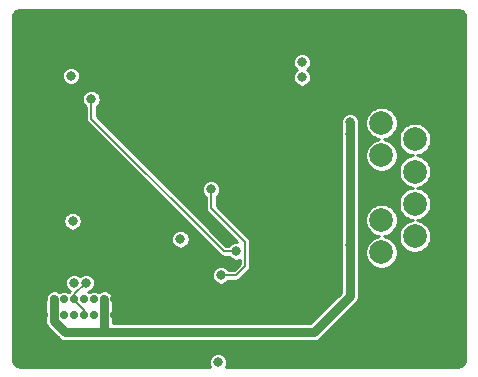
<source format=gbl>
%TF.GenerationSoftware,KiCad,Pcbnew,(5.1.9)-1*%
%TF.CreationDate,2021-02-06T23:27:04-06:00*%
%TF.ProjectId,USB2CAN,55534232-4341-44e2-9e6b-696361645f70,rev?*%
%TF.SameCoordinates,Original*%
%TF.FileFunction,Copper,L4,Bot*%
%TF.FilePolarity,Positive*%
%FSLAX46Y46*%
G04 Gerber Fmt 4.6, Leading zero omitted, Abs format (unit mm)*
G04 Created by KiCad (PCBNEW (5.1.9)-1) date 2021-02-06 23:27:04*
%MOMM*%
%LPD*%
G01*
G04 APERTURE LIST*
%TA.AperFunction,ComponentPad*%
%ADD10C,3.500000*%
%TD*%
%TA.AperFunction,ComponentPad*%
%ADD11C,2.000000*%
%TD*%
%TA.AperFunction,ComponentPad*%
%ADD12O,0.900000X1.700000*%
%TD*%
%TA.AperFunction,ComponentPad*%
%ADD13O,0.900000X2.400000*%
%TD*%
%TA.AperFunction,ComponentPad*%
%ADD14C,0.700000*%
%TD*%
%TA.AperFunction,ViaPad*%
%ADD15C,0.800000*%
%TD*%
%TA.AperFunction,Conductor*%
%ADD16C,0.762000*%
%TD*%
%TA.AperFunction,Conductor*%
%ADD17C,0.152400*%
%TD*%
%TA.AperFunction,Conductor*%
%ADD18C,0.254000*%
%TD*%
%TA.AperFunction,Conductor*%
%ADD19C,0.100000*%
%TD*%
G04 APERTURE END LIST*
D10*
X161544000Y-90324200D03*
X161544000Y-115314200D03*
D11*
X160124000Y-108299200D03*
X162964000Y-106929200D03*
X160124000Y-105559200D03*
X162964000Y-104189200D03*
X160124000Y-102819200D03*
X162964000Y-101449200D03*
X160124000Y-100079200D03*
X162964000Y-98709200D03*
X160124000Y-97339200D03*
D12*
X138872000Y-116628000D03*
X130222000Y-116628000D03*
D13*
X138872000Y-113248000D03*
X130222000Y-113248000D03*
D14*
X134972000Y-113618000D03*
X137522000Y-113618000D03*
X136672000Y-113618000D03*
X135822000Y-113618000D03*
X131572000Y-113618000D03*
X133272000Y-113618000D03*
X134122000Y-113618000D03*
X132422000Y-113618000D03*
X137522000Y-112268000D03*
X136672000Y-112268000D03*
X135822000Y-112268000D03*
X134972000Y-112268000D03*
X134122000Y-112268000D03*
X133272000Y-112268000D03*
X132422000Y-112268000D03*
X131572000Y-112268000D03*
D15*
X141986000Y-95250000D03*
X145034000Y-95250000D03*
X145034000Y-88138000D03*
X136652000Y-88138000D03*
X139700000Y-95250000D03*
X140843000Y-88138000D03*
X145034000Y-91567000D03*
X136652000Y-91567000D03*
X131445000Y-97028000D03*
X132080000Y-105664000D03*
X136685653Y-95216347D03*
X142936000Y-108392000D03*
X151130000Y-93472000D03*
X151130000Y-92202000D03*
X139479653Y-98899347D03*
X133858000Y-93345000D03*
X133985000Y-105664000D03*
X143106810Y-107188000D03*
X157480000Y-98298000D03*
X157480000Y-97282000D03*
X157480000Y-107696000D03*
X153416000Y-92202000D03*
X153416000Y-93472000D03*
X146304000Y-117602000D03*
X147828000Y-108204000D03*
X135572500Y-95313500D03*
X146558000Y-110236000D03*
X145711570Y-102957784D03*
X135112013Y-110871000D03*
X134112000Y-110871000D03*
D16*
X132422000Y-112268000D02*
X132422000Y-113618000D01*
X136672000Y-112268000D02*
X136672000Y-113618000D01*
X132422000Y-114112974D02*
X133371026Y-115062000D01*
X132422000Y-113618000D02*
X132422000Y-114112974D01*
X133371026Y-115062000D02*
X136652000Y-115062000D01*
X154432000Y-115062000D02*
X157480000Y-112014000D01*
X136652000Y-115062000D02*
X154432000Y-115062000D01*
X157480000Y-112014000D02*
X157480000Y-108966000D01*
X157480000Y-108966000D02*
X157480000Y-98298000D01*
X136672000Y-115042000D02*
X136652000Y-115062000D01*
X136672000Y-113618000D02*
X136672000Y-115042000D01*
X157480000Y-98298000D02*
X157480000Y-97282000D01*
D17*
X147828000Y-108204000D02*
X146812000Y-108204000D01*
X135572500Y-96964500D02*
X135572500Y-95313500D01*
X146812000Y-108204000D02*
X135572500Y-96964500D01*
X147828000Y-110236000D02*
X146558000Y-110236000D01*
X148590000Y-109474000D02*
X147828000Y-110236000D01*
X148590000Y-107442000D02*
X148590000Y-109474000D01*
X145711570Y-104563570D02*
X148590000Y-107442000D01*
X145711570Y-102957784D02*
X145711570Y-104563570D01*
X134122000Y-112344778D02*
X134122000Y-112268000D01*
X134972000Y-113618000D02*
X134972000Y-113194778D01*
X134972000Y-113194778D02*
X134122000Y-112344778D01*
X134122000Y-111861013D02*
X135112013Y-110871000D01*
X134122000Y-112268000D02*
X134122000Y-111861013D01*
D18*
X166742106Y-87795527D02*
X166855713Y-87829827D01*
X166960491Y-87885539D01*
X167052455Y-87960543D01*
X167128099Y-88051982D01*
X167184542Y-88156371D01*
X167219633Y-88269732D01*
X167234001Y-88406434D01*
X167234000Y-117328146D01*
X167220473Y-117466105D01*
X167186174Y-117579709D01*
X167130461Y-117684492D01*
X167055459Y-117776453D01*
X166964020Y-117852098D01*
X166859628Y-117908543D01*
X166746269Y-117943633D01*
X166609576Y-117958000D01*
X147001888Y-117958000D01*
X147054987Y-117829809D01*
X147085000Y-117678922D01*
X147085000Y-117525078D01*
X147054987Y-117374191D01*
X146996113Y-117232058D01*
X146910642Y-117104141D01*
X146801859Y-116995358D01*
X146673942Y-116909887D01*
X146531809Y-116851013D01*
X146380922Y-116821000D01*
X146227078Y-116821000D01*
X146076191Y-116851013D01*
X145934058Y-116909887D01*
X145806141Y-116995358D01*
X145697358Y-117104141D01*
X145611887Y-117232058D01*
X145553013Y-117374191D01*
X145523000Y-117525078D01*
X145523000Y-117678922D01*
X145553013Y-117829809D01*
X145606112Y-117958000D01*
X129559854Y-117958000D01*
X129421895Y-117944473D01*
X129308291Y-117910174D01*
X129203508Y-117854461D01*
X129111547Y-117779459D01*
X129035902Y-117688020D01*
X128979457Y-117583628D01*
X128944367Y-117470269D01*
X128930000Y-117333576D01*
X128930000Y-114112974D01*
X131656314Y-114112974D01*
X131660000Y-114150397D01*
X131660000Y-114150400D01*
X131671026Y-114262352D01*
X131714598Y-114405989D01*
X131785355Y-114538366D01*
X131880579Y-114654396D01*
X131909649Y-114678253D01*
X132805747Y-115574351D01*
X132829604Y-115603422D01*
X132945634Y-115698645D01*
X133078011Y-115769402D01*
X133221648Y-115812974D01*
X133333600Y-115824000D01*
X133333602Y-115824000D01*
X133371025Y-115827686D01*
X133408448Y-115824000D01*
X136614577Y-115824000D01*
X136652000Y-115827686D01*
X136689423Y-115824000D01*
X154394577Y-115824000D01*
X154432000Y-115827686D01*
X154469423Y-115824000D01*
X154469426Y-115824000D01*
X154581378Y-115812974D01*
X154725015Y-115769402D01*
X154857392Y-115698645D01*
X154973422Y-115603422D01*
X154997284Y-115574346D01*
X157992353Y-112579278D01*
X158021422Y-112555422D01*
X158082314Y-112481225D01*
X158116645Y-112439393D01*
X158169773Y-112339997D01*
X158187402Y-112307015D01*
X158230974Y-112163378D01*
X158242000Y-112051426D01*
X158242000Y-112051423D01*
X158245686Y-112014000D01*
X158242000Y-111976577D01*
X158242000Y-107868442D01*
X158261000Y-107772922D01*
X158261000Y-107619078D01*
X158242000Y-107523558D01*
X158242000Y-105423183D01*
X158743000Y-105423183D01*
X158743000Y-105695217D01*
X158796071Y-105962023D01*
X158900174Y-106213349D01*
X159051307Y-106439536D01*
X159243664Y-106631893D01*
X159469851Y-106783026D01*
X159721177Y-106887129D01*
X159932682Y-106929200D01*
X159721177Y-106971271D01*
X159469851Y-107075374D01*
X159243664Y-107226507D01*
X159051307Y-107418864D01*
X158900174Y-107645051D01*
X158796071Y-107896377D01*
X158743000Y-108163183D01*
X158743000Y-108435217D01*
X158796071Y-108702023D01*
X158900174Y-108953349D01*
X159051307Y-109179536D01*
X159243664Y-109371893D01*
X159469851Y-109523026D01*
X159721177Y-109627129D01*
X159987983Y-109680200D01*
X160260017Y-109680200D01*
X160526823Y-109627129D01*
X160778149Y-109523026D01*
X161004336Y-109371893D01*
X161196693Y-109179536D01*
X161347826Y-108953349D01*
X161451929Y-108702023D01*
X161505000Y-108435217D01*
X161505000Y-108163183D01*
X161451929Y-107896377D01*
X161347826Y-107645051D01*
X161196693Y-107418864D01*
X161004336Y-107226507D01*
X160778149Y-107075374D01*
X160526823Y-106971271D01*
X160315318Y-106929200D01*
X160526823Y-106887129D01*
X160778149Y-106783026D01*
X161004336Y-106631893D01*
X161196693Y-106439536D01*
X161347826Y-106213349D01*
X161451929Y-105962023D01*
X161505000Y-105695217D01*
X161505000Y-105423183D01*
X161451929Y-105156377D01*
X161347826Y-104905051D01*
X161196693Y-104678864D01*
X161004336Y-104486507D01*
X160778149Y-104335374D01*
X160526823Y-104231271D01*
X160260017Y-104178200D01*
X159987983Y-104178200D01*
X159721177Y-104231271D01*
X159469851Y-104335374D01*
X159243664Y-104486507D01*
X159051307Y-104678864D01*
X158900174Y-104905051D01*
X158796071Y-105156377D01*
X158743000Y-105423183D01*
X158242000Y-105423183D01*
X158242000Y-98470442D01*
X158261000Y-98374922D01*
X158261000Y-98221078D01*
X158242000Y-98125558D01*
X158242000Y-97454442D01*
X158261000Y-97358922D01*
X158261000Y-97205078D01*
X158260624Y-97203183D01*
X158743000Y-97203183D01*
X158743000Y-97475217D01*
X158796071Y-97742023D01*
X158900174Y-97993349D01*
X159051307Y-98219536D01*
X159243664Y-98411893D01*
X159469851Y-98563026D01*
X159721177Y-98667129D01*
X159932682Y-98709200D01*
X159721177Y-98751271D01*
X159469851Y-98855374D01*
X159243664Y-99006507D01*
X159051307Y-99198864D01*
X158900174Y-99425051D01*
X158796071Y-99676377D01*
X158743000Y-99943183D01*
X158743000Y-100215217D01*
X158796071Y-100482023D01*
X158900174Y-100733349D01*
X159051307Y-100959536D01*
X159243664Y-101151893D01*
X159469851Y-101303026D01*
X159721177Y-101407129D01*
X159987983Y-101460200D01*
X160260017Y-101460200D01*
X160526823Y-101407129D01*
X160778149Y-101303026D01*
X161004336Y-101151893D01*
X161196693Y-100959536D01*
X161347826Y-100733349D01*
X161451929Y-100482023D01*
X161505000Y-100215217D01*
X161505000Y-99943183D01*
X161451929Y-99676377D01*
X161347826Y-99425051D01*
X161196693Y-99198864D01*
X161004336Y-99006507D01*
X160778149Y-98855374D01*
X160526823Y-98751271D01*
X160315318Y-98709200D01*
X160526823Y-98667129D01*
X160753627Y-98573183D01*
X161583000Y-98573183D01*
X161583000Y-98845217D01*
X161636071Y-99112023D01*
X161740174Y-99363349D01*
X161891307Y-99589536D01*
X162083664Y-99781893D01*
X162309851Y-99933026D01*
X162561177Y-100037129D01*
X162772682Y-100079200D01*
X162561177Y-100121271D01*
X162309851Y-100225374D01*
X162083664Y-100376507D01*
X161891307Y-100568864D01*
X161740174Y-100795051D01*
X161636071Y-101046377D01*
X161583000Y-101313183D01*
X161583000Y-101585217D01*
X161636071Y-101852023D01*
X161740174Y-102103349D01*
X161891307Y-102329536D01*
X162083664Y-102521893D01*
X162309851Y-102673026D01*
X162561177Y-102777129D01*
X162772682Y-102819200D01*
X162561177Y-102861271D01*
X162309851Y-102965374D01*
X162083664Y-103116507D01*
X161891307Y-103308864D01*
X161740174Y-103535051D01*
X161636071Y-103786377D01*
X161583000Y-104053183D01*
X161583000Y-104325217D01*
X161636071Y-104592023D01*
X161740174Y-104843349D01*
X161891307Y-105069536D01*
X162083664Y-105261893D01*
X162309851Y-105413026D01*
X162561177Y-105517129D01*
X162772682Y-105559200D01*
X162561177Y-105601271D01*
X162309851Y-105705374D01*
X162083664Y-105856507D01*
X161891307Y-106048864D01*
X161740174Y-106275051D01*
X161636071Y-106526377D01*
X161583000Y-106793183D01*
X161583000Y-107065217D01*
X161636071Y-107332023D01*
X161740174Y-107583349D01*
X161891307Y-107809536D01*
X162083664Y-108001893D01*
X162309851Y-108153026D01*
X162561177Y-108257129D01*
X162827983Y-108310200D01*
X163100017Y-108310200D01*
X163366823Y-108257129D01*
X163618149Y-108153026D01*
X163844336Y-108001893D01*
X164036693Y-107809536D01*
X164187826Y-107583349D01*
X164291929Y-107332023D01*
X164345000Y-107065217D01*
X164345000Y-106793183D01*
X164291929Y-106526377D01*
X164187826Y-106275051D01*
X164036693Y-106048864D01*
X163844336Y-105856507D01*
X163618149Y-105705374D01*
X163366823Y-105601271D01*
X163155318Y-105559200D01*
X163366823Y-105517129D01*
X163618149Y-105413026D01*
X163844336Y-105261893D01*
X164036693Y-105069536D01*
X164187826Y-104843349D01*
X164291929Y-104592023D01*
X164345000Y-104325217D01*
X164345000Y-104053183D01*
X164291929Y-103786377D01*
X164187826Y-103535051D01*
X164036693Y-103308864D01*
X163844336Y-103116507D01*
X163618149Y-102965374D01*
X163366823Y-102861271D01*
X163155318Y-102819200D01*
X163366823Y-102777129D01*
X163618149Y-102673026D01*
X163844336Y-102521893D01*
X164036693Y-102329536D01*
X164187826Y-102103349D01*
X164291929Y-101852023D01*
X164345000Y-101585217D01*
X164345000Y-101313183D01*
X164291929Y-101046377D01*
X164187826Y-100795051D01*
X164036693Y-100568864D01*
X163844336Y-100376507D01*
X163618149Y-100225374D01*
X163366823Y-100121271D01*
X163155318Y-100079200D01*
X163366823Y-100037129D01*
X163618149Y-99933026D01*
X163844336Y-99781893D01*
X164036693Y-99589536D01*
X164187826Y-99363349D01*
X164291929Y-99112023D01*
X164345000Y-98845217D01*
X164345000Y-98573183D01*
X164291929Y-98306377D01*
X164187826Y-98055051D01*
X164036693Y-97828864D01*
X163844336Y-97636507D01*
X163618149Y-97485374D01*
X163366823Y-97381271D01*
X163100017Y-97328200D01*
X162827983Y-97328200D01*
X162561177Y-97381271D01*
X162309851Y-97485374D01*
X162083664Y-97636507D01*
X161891307Y-97828864D01*
X161740174Y-98055051D01*
X161636071Y-98306377D01*
X161583000Y-98573183D01*
X160753627Y-98573183D01*
X160778149Y-98563026D01*
X161004336Y-98411893D01*
X161196693Y-98219536D01*
X161347826Y-97993349D01*
X161451929Y-97742023D01*
X161505000Y-97475217D01*
X161505000Y-97203183D01*
X161451929Y-96936377D01*
X161347826Y-96685051D01*
X161196693Y-96458864D01*
X161004336Y-96266507D01*
X160778149Y-96115374D01*
X160526823Y-96011271D01*
X160260017Y-95958200D01*
X159987983Y-95958200D01*
X159721177Y-96011271D01*
X159469851Y-96115374D01*
X159243664Y-96266507D01*
X159051307Y-96458864D01*
X158900174Y-96685051D01*
X158796071Y-96936377D01*
X158743000Y-97203183D01*
X158260624Y-97203183D01*
X158230987Y-97054191D01*
X158172113Y-96912058D01*
X158086642Y-96784141D01*
X157977859Y-96675358D01*
X157849942Y-96589887D01*
X157707809Y-96531013D01*
X157556922Y-96501000D01*
X157403078Y-96501000D01*
X157252191Y-96531013D01*
X157110058Y-96589887D01*
X156982141Y-96675358D01*
X156873358Y-96784141D01*
X156787887Y-96912058D01*
X156729013Y-97054191D01*
X156699000Y-97205078D01*
X156699000Y-97358922D01*
X156718001Y-97454446D01*
X156718000Y-98125557D01*
X156699000Y-98221078D01*
X156699000Y-98374922D01*
X156718001Y-98470447D01*
X156718000Y-107523557D01*
X156699000Y-107619078D01*
X156699000Y-107772922D01*
X156718000Y-107868443D01*
X156718000Y-109003425D01*
X156718001Y-109003435D01*
X156718000Y-111698369D01*
X154116370Y-114300000D01*
X137434000Y-114300000D01*
X137434000Y-112230574D01*
X137422974Y-112118622D01*
X137379402Y-111974985D01*
X137308645Y-111842608D01*
X137213422Y-111726578D01*
X137097391Y-111631355D01*
X136965014Y-111560598D01*
X136821377Y-111517026D01*
X136672000Y-111502314D01*
X136522622Y-111517026D01*
X136378985Y-111560598D01*
X136246608Y-111631355D01*
X136218941Y-111654061D01*
X136168258Y-111620196D01*
X136035225Y-111565092D01*
X135893997Y-111537000D01*
X135750003Y-111537000D01*
X135608775Y-111565092D01*
X135475742Y-111620196D01*
X135397000Y-111672810D01*
X135325270Y-111624881D01*
X135339822Y-111621987D01*
X135481955Y-111563113D01*
X135609872Y-111477642D01*
X135718655Y-111368859D01*
X135804126Y-111240942D01*
X135863000Y-111098809D01*
X135893013Y-110947922D01*
X135893013Y-110794078D01*
X135863000Y-110643191D01*
X135804126Y-110501058D01*
X135718655Y-110373141D01*
X135609872Y-110264358D01*
X135481955Y-110178887D01*
X135339822Y-110120013D01*
X135188935Y-110090000D01*
X135035091Y-110090000D01*
X134884204Y-110120013D01*
X134742071Y-110178887D01*
X134614154Y-110264358D01*
X134612007Y-110266506D01*
X134609859Y-110264358D01*
X134481942Y-110178887D01*
X134339809Y-110120013D01*
X134188922Y-110090000D01*
X134035078Y-110090000D01*
X133884191Y-110120013D01*
X133742058Y-110178887D01*
X133614141Y-110264358D01*
X133505358Y-110373141D01*
X133419887Y-110501058D01*
X133361013Y-110643191D01*
X133331000Y-110794078D01*
X133331000Y-110947922D01*
X133361013Y-111098809D01*
X133419887Y-111240942D01*
X133505358Y-111368859D01*
X133614141Y-111477642D01*
X133742058Y-111563113D01*
X133766663Y-111573305D01*
X133740013Y-111605778D01*
X133708176Y-111665342D01*
X133697000Y-111672810D01*
X133618258Y-111620196D01*
X133485225Y-111565092D01*
X133343997Y-111537000D01*
X133200003Y-111537000D01*
X133058775Y-111565092D01*
X132925742Y-111620196D01*
X132875059Y-111654061D01*
X132847391Y-111631355D01*
X132715014Y-111560598D01*
X132571377Y-111517026D01*
X132422000Y-111502314D01*
X132272622Y-111517026D01*
X132128985Y-111560598D01*
X131996608Y-111631355D01*
X131880578Y-111726578D01*
X131785355Y-111842609D01*
X131714598Y-111974986D01*
X131671026Y-112118623D01*
X131660000Y-112230575D01*
X131660001Y-113580565D01*
X131660000Y-113580575D01*
X131660000Y-114075551D01*
X131656314Y-114112974D01*
X128930000Y-114112974D01*
X128930000Y-107111078D01*
X142325810Y-107111078D01*
X142325810Y-107264922D01*
X142355823Y-107415809D01*
X142414697Y-107557942D01*
X142500168Y-107685859D01*
X142608951Y-107794642D01*
X142736868Y-107880113D01*
X142879001Y-107938987D01*
X143029888Y-107969000D01*
X143183732Y-107969000D01*
X143334619Y-107938987D01*
X143476752Y-107880113D01*
X143604669Y-107794642D01*
X143713452Y-107685859D01*
X143798923Y-107557942D01*
X143857797Y-107415809D01*
X143887810Y-107264922D01*
X143887810Y-107111078D01*
X143857797Y-106960191D01*
X143798923Y-106818058D01*
X143713452Y-106690141D01*
X143604669Y-106581358D01*
X143476752Y-106495887D01*
X143334619Y-106437013D01*
X143183732Y-106407000D01*
X143029888Y-106407000D01*
X142879001Y-106437013D01*
X142736868Y-106495887D01*
X142608951Y-106581358D01*
X142500168Y-106690141D01*
X142414697Y-106818058D01*
X142355823Y-106960191D01*
X142325810Y-107111078D01*
X128930000Y-107111078D01*
X128930000Y-105587078D01*
X133204000Y-105587078D01*
X133204000Y-105740922D01*
X133234013Y-105891809D01*
X133292887Y-106033942D01*
X133378358Y-106161859D01*
X133487141Y-106270642D01*
X133615058Y-106356113D01*
X133757191Y-106414987D01*
X133908078Y-106445000D01*
X134061922Y-106445000D01*
X134212809Y-106414987D01*
X134354942Y-106356113D01*
X134482859Y-106270642D01*
X134591642Y-106161859D01*
X134677113Y-106033942D01*
X134735987Y-105891809D01*
X134766000Y-105740922D01*
X134766000Y-105587078D01*
X134735987Y-105436191D01*
X134677113Y-105294058D01*
X134591642Y-105166141D01*
X134482859Y-105057358D01*
X134354942Y-104971887D01*
X134212809Y-104913013D01*
X134061922Y-104883000D01*
X133908078Y-104883000D01*
X133757191Y-104913013D01*
X133615058Y-104971887D01*
X133487141Y-105057358D01*
X133378358Y-105166141D01*
X133292887Y-105294058D01*
X133234013Y-105436191D01*
X133204000Y-105587078D01*
X128930000Y-105587078D01*
X128930000Y-95236578D01*
X134791500Y-95236578D01*
X134791500Y-95390422D01*
X134821513Y-95541309D01*
X134880387Y-95683442D01*
X134965858Y-95811359D01*
X135074641Y-95920142D01*
X135115301Y-95947310D01*
X135115300Y-96942050D01*
X135113089Y-96964500D01*
X135115300Y-96986950D01*
X135115300Y-96986959D01*
X135121915Y-97054126D01*
X135148059Y-97140308D01*
X135190513Y-97219735D01*
X135247647Y-97289353D01*
X135265097Y-97303674D01*
X146472830Y-108511408D01*
X146487147Y-108528853D01*
X146504592Y-108543170D01*
X146556763Y-108585987D01*
X146599217Y-108608678D01*
X146636191Y-108628441D01*
X146722373Y-108654585D01*
X146789540Y-108661200D01*
X146789549Y-108661200D01*
X146811999Y-108663411D01*
X146834449Y-108661200D01*
X147194191Y-108661200D01*
X147221358Y-108701859D01*
X147330141Y-108810642D01*
X147458058Y-108896113D01*
X147600191Y-108954987D01*
X147751078Y-108985000D01*
X147904922Y-108985000D01*
X148055809Y-108954987D01*
X148132801Y-108923096D01*
X148132801Y-109284620D01*
X147638623Y-109778800D01*
X147191809Y-109778800D01*
X147164642Y-109738141D01*
X147055859Y-109629358D01*
X146927942Y-109543887D01*
X146785809Y-109485013D01*
X146634922Y-109455000D01*
X146481078Y-109455000D01*
X146330191Y-109485013D01*
X146188058Y-109543887D01*
X146060141Y-109629358D01*
X145951358Y-109738141D01*
X145865887Y-109866058D01*
X145807013Y-110008191D01*
X145777000Y-110159078D01*
X145777000Y-110312922D01*
X145807013Y-110463809D01*
X145865887Y-110605942D01*
X145951358Y-110733859D01*
X146060141Y-110842642D01*
X146188058Y-110928113D01*
X146330191Y-110986987D01*
X146481078Y-111017000D01*
X146634922Y-111017000D01*
X146785809Y-110986987D01*
X146927942Y-110928113D01*
X147055859Y-110842642D01*
X147164642Y-110733859D01*
X147191809Y-110693200D01*
X147805550Y-110693200D01*
X147828000Y-110695411D01*
X147850450Y-110693200D01*
X147850460Y-110693200D01*
X147917627Y-110686585D01*
X148003809Y-110660441D01*
X148083236Y-110617987D01*
X148152853Y-110560853D01*
X148167174Y-110543403D01*
X148897413Y-109813165D01*
X148914853Y-109798853D01*
X148929165Y-109781414D01*
X148929171Y-109781408D01*
X148971987Y-109729236D01*
X149014441Y-109649810D01*
X149021321Y-109627129D01*
X149040585Y-109563627D01*
X149047200Y-109496460D01*
X149047200Y-109496450D01*
X149049411Y-109474000D01*
X149047200Y-109451550D01*
X149047200Y-107464450D01*
X149049411Y-107442000D01*
X149047200Y-107419550D01*
X149047200Y-107419540D01*
X149040585Y-107352373D01*
X149020526Y-107286249D01*
X149014441Y-107266190D01*
X148971987Y-107186764D01*
X148929171Y-107134592D01*
X148929165Y-107134586D01*
X148914853Y-107117147D01*
X148897415Y-107102836D01*
X146168770Y-104374193D01*
X146168770Y-103591593D01*
X146209429Y-103564426D01*
X146318212Y-103455643D01*
X146403683Y-103327726D01*
X146462557Y-103185593D01*
X146492570Y-103034706D01*
X146492570Y-102880862D01*
X146462557Y-102729975D01*
X146403683Y-102587842D01*
X146318212Y-102459925D01*
X146209429Y-102351142D01*
X146081512Y-102265671D01*
X145939379Y-102206797D01*
X145788492Y-102176784D01*
X145634648Y-102176784D01*
X145483761Y-102206797D01*
X145341628Y-102265671D01*
X145213711Y-102351142D01*
X145104928Y-102459925D01*
X145019457Y-102587842D01*
X144960583Y-102729975D01*
X144930570Y-102880862D01*
X144930570Y-103034706D01*
X144960583Y-103185593D01*
X145019457Y-103327726D01*
X145104928Y-103455643D01*
X145213711Y-103564426D01*
X145254370Y-103591594D01*
X145254371Y-104541110D01*
X145252159Y-104563570D01*
X145254371Y-104586030D01*
X145260986Y-104653197D01*
X145287130Y-104739379D01*
X145329584Y-104818806D01*
X145386718Y-104888423D01*
X145404163Y-104902740D01*
X147929263Y-107427842D01*
X147904922Y-107423000D01*
X147751078Y-107423000D01*
X147600191Y-107453013D01*
X147458058Y-107511887D01*
X147330141Y-107597358D01*
X147221358Y-107706141D01*
X147194191Y-107746800D01*
X147001378Y-107746800D01*
X136029700Y-96775123D01*
X136029700Y-95947309D01*
X136070359Y-95920142D01*
X136179142Y-95811359D01*
X136264613Y-95683442D01*
X136323487Y-95541309D01*
X136353500Y-95390422D01*
X136353500Y-95236578D01*
X136323487Y-95085691D01*
X136264613Y-94943558D01*
X136179142Y-94815641D01*
X136070359Y-94706858D01*
X135942442Y-94621387D01*
X135800309Y-94562513D01*
X135649422Y-94532500D01*
X135495578Y-94532500D01*
X135344691Y-94562513D01*
X135202558Y-94621387D01*
X135074641Y-94706858D01*
X134965858Y-94815641D01*
X134880387Y-94943558D01*
X134821513Y-95085691D01*
X134791500Y-95236578D01*
X128930000Y-95236578D01*
X128930000Y-93268078D01*
X133077000Y-93268078D01*
X133077000Y-93421922D01*
X133107013Y-93572809D01*
X133165887Y-93714942D01*
X133251358Y-93842859D01*
X133360141Y-93951642D01*
X133488058Y-94037113D01*
X133630191Y-94095987D01*
X133781078Y-94126000D01*
X133934922Y-94126000D01*
X134085809Y-94095987D01*
X134227942Y-94037113D01*
X134355859Y-93951642D01*
X134464642Y-93842859D01*
X134550113Y-93714942D01*
X134608987Y-93572809D01*
X134639000Y-93421922D01*
X134639000Y-93268078D01*
X134608987Y-93117191D01*
X134550113Y-92975058D01*
X134464642Y-92847141D01*
X134355859Y-92738358D01*
X134227942Y-92652887D01*
X134085809Y-92594013D01*
X133934922Y-92564000D01*
X133781078Y-92564000D01*
X133630191Y-92594013D01*
X133488058Y-92652887D01*
X133360141Y-92738358D01*
X133251358Y-92847141D01*
X133165887Y-92975058D01*
X133107013Y-93117191D01*
X133077000Y-93268078D01*
X128930000Y-93268078D01*
X128930000Y-92125078D01*
X152635000Y-92125078D01*
X152635000Y-92278922D01*
X152665013Y-92429809D01*
X152723887Y-92571942D01*
X152809358Y-92699859D01*
X152918141Y-92808642D01*
X152960582Y-92837000D01*
X152918141Y-92865358D01*
X152809358Y-92974141D01*
X152723887Y-93102058D01*
X152665013Y-93244191D01*
X152635000Y-93395078D01*
X152635000Y-93548922D01*
X152665013Y-93699809D01*
X152723887Y-93841942D01*
X152809358Y-93969859D01*
X152918141Y-94078642D01*
X153046058Y-94164113D01*
X153188191Y-94222987D01*
X153339078Y-94253000D01*
X153492922Y-94253000D01*
X153643809Y-94222987D01*
X153785942Y-94164113D01*
X153913859Y-94078642D01*
X154022642Y-93969859D01*
X154108113Y-93841942D01*
X154166987Y-93699809D01*
X154197000Y-93548922D01*
X154197000Y-93395078D01*
X154166987Y-93244191D01*
X154108113Y-93102058D01*
X154022642Y-92974141D01*
X153913859Y-92865358D01*
X153871418Y-92837000D01*
X153913859Y-92808642D01*
X154022642Y-92699859D01*
X154108113Y-92571942D01*
X154166987Y-92429809D01*
X154197000Y-92278922D01*
X154197000Y-92125078D01*
X154166987Y-91974191D01*
X154108113Y-91832058D01*
X154022642Y-91704141D01*
X153913859Y-91595358D01*
X153785942Y-91509887D01*
X153643809Y-91451013D01*
X153492922Y-91421000D01*
X153339078Y-91421000D01*
X153188191Y-91451013D01*
X153046058Y-91509887D01*
X152918141Y-91595358D01*
X152809358Y-91704141D01*
X152723887Y-91832058D01*
X152665013Y-91974191D01*
X152635000Y-92125078D01*
X128930000Y-92125078D01*
X128930000Y-88411855D01*
X128943527Y-88273894D01*
X128977827Y-88160287D01*
X129033539Y-88055509D01*
X129108543Y-87963545D01*
X129199982Y-87887901D01*
X129304371Y-87831458D01*
X129417732Y-87796367D01*
X129554424Y-87782000D01*
X166604145Y-87782000D01*
X166742106Y-87795527D01*
%TA.AperFunction,Conductor*%
D19*
G36*
X166742106Y-87795527D02*
G01*
X166855713Y-87829827D01*
X166960491Y-87885539D01*
X167052455Y-87960543D01*
X167128099Y-88051982D01*
X167184542Y-88156371D01*
X167219633Y-88269732D01*
X167234001Y-88406434D01*
X167234000Y-117328146D01*
X167220473Y-117466105D01*
X167186174Y-117579709D01*
X167130461Y-117684492D01*
X167055459Y-117776453D01*
X166964020Y-117852098D01*
X166859628Y-117908543D01*
X166746269Y-117943633D01*
X166609576Y-117958000D01*
X147001888Y-117958000D01*
X147054987Y-117829809D01*
X147085000Y-117678922D01*
X147085000Y-117525078D01*
X147054987Y-117374191D01*
X146996113Y-117232058D01*
X146910642Y-117104141D01*
X146801859Y-116995358D01*
X146673942Y-116909887D01*
X146531809Y-116851013D01*
X146380922Y-116821000D01*
X146227078Y-116821000D01*
X146076191Y-116851013D01*
X145934058Y-116909887D01*
X145806141Y-116995358D01*
X145697358Y-117104141D01*
X145611887Y-117232058D01*
X145553013Y-117374191D01*
X145523000Y-117525078D01*
X145523000Y-117678922D01*
X145553013Y-117829809D01*
X145606112Y-117958000D01*
X129559854Y-117958000D01*
X129421895Y-117944473D01*
X129308291Y-117910174D01*
X129203508Y-117854461D01*
X129111547Y-117779459D01*
X129035902Y-117688020D01*
X128979457Y-117583628D01*
X128944367Y-117470269D01*
X128930000Y-117333576D01*
X128930000Y-114112974D01*
X131656314Y-114112974D01*
X131660000Y-114150397D01*
X131660000Y-114150400D01*
X131671026Y-114262352D01*
X131714598Y-114405989D01*
X131785355Y-114538366D01*
X131880579Y-114654396D01*
X131909649Y-114678253D01*
X132805747Y-115574351D01*
X132829604Y-115603422D01*
X132945634Y-115698645D01*
X133078011Y-115769402D01*
X133221648Y-115812974D01*
X133333600Y-115824000D01*
X133333602Y-115824000D01*
X133371025Y-115827686D01*
X133408448Y-115824000D01*
X136614577Y-115824000D01*
X136652000Y-115827686D01*
X136689423Y-115824000D01*
X154394577Y-115824000D01*
X154432000Y-115827686D01*
X154469423Y-115824000D01*
X154469426Y-115824000D01*
X154581378Y-115812974D01*
X154725015Y-115769402D01*
X154857392Y-115698645D01*
X154973422Y-115603422D01*
X154997284Y-115574346D01*
X157992353Y-112579278D01*
X158021422Y-112555422D01*
X158082314Y-112481225D01*
X158116645Y-112439393D01*
X158169773Y-112339997D01*
X158187402Y-112307015D01*
X158230974Y-112163378D01*
X158242000Y-112051426D01*
X158242000Y-112051423D01*
X158245686Y-112014000D01*
X158242000Y-111976577D01*
X158242000Y-107868442D01*
X158261000Y-107772922D01*
X158261000Y-107619078D01*
X158242000Y-107523558D01*
X158242000Y-105423183D01*
X158743000Y-105423183D01*
X158743000Y-105695217D01*
X158796071Y-105962023D01*
X158900174Y-106213349D01*
X159051307Y-106439536D01*
X159243664Y-106631893D01*
X159469851Y-106783026D01*
X159721177Y-106887129D01*
X159932682Y-106929200D01*
X159721177Y-106971271D01*
X159469851Y-107075374D01*
X159243664Y-107226507D01*
X159051307Y-107418864D01*
X158900174Y-107645051D01*
X158796071Y-107896377D01*
X158743000Y-108163183D01*
X158743000Y-108435217D01*
X158796071Y-108702023D01*
X158900174Y-108953349D01*
X159051307Y-109179536D01*
X159243664Y-109371893D01*
X159469851Y-109523026D01*
X159721177Y-109627129D01*
X159987983Y-109680200D01*
X160260017Y-109680200D01*
X160526823Y-109627129D01*
X160778149Y-109523026D01*
X161004336Y-109371893D01*
X161196693Y-109179536D01*
X161347826Y-108953349D01*
X161451929Y-108702023D01*
X161505000Y-108435217D01*
X161505000Y-108163183D01*
X161451929Y-107896377D01*
X161347826Y-107645051D01*
X161196693Y-107418864D01*
X161004336Y-107226507D01*
X160778149Y-107075374D01*
X160526823Y-106971271D01*
X160315318Y-106929200D01*
X160526823Y-106887129D01*
X160778149Y-106783026D01*
X161004336Y-106631893D01*
X161196693Y-106439536D01*
X161347826Y-106213349D01*
X161451929Y-105962023D01*
X161505000Y-105695217D01*
X161505000Y-105423183D01*
X161451929Y-105156377D01*
X161347826Y-104905051D01*
X161196693Y-104678864D01*
X161004336Y-104486507D01*
X160778149Y-104335374D01*
X160526823Y-104231271D01*
X160260017Y-104178200D01*
X159987983Y-104178200D01*
X159721177Y-104231271D01*
X159469851Y-104335374D01*
X159243664Y-104486507D01*
X159051307Y-104678864D01*
X158900174Y-104905051D01*
X158796071Y-105156377D01*
X158743000Y-105423183D01*
X158242000Y-105423183D01*
X158242000Y-98470442D01*
X158261000Y-98374922D01*
X158261000Y-98221078D01*
X158242000Y-98125558D01*
X158242000Y-97454442D01*
X158261000Y-97358922D01*
X158261000Y-97205078D01*
X158260624Y-97203183D01*
X158743000Y-97203183D01*
X158743000Y-97475217D01*
X158796071Y-97742023D01*
X158900174Y-97993349D01*
X159051307Y-98219536D01*
X159243664Y-98411893D01*
X159469851Y-98563026D01*
X159721177Y-98667129D01*
X159932682Y-98709200D01*
X159721177Y-98751271D01*
X159469851Y-98855374D01*
X159243664Y-99006507D01*
X159051307Y-99198864D01*
X158900174Y-99425051D01*
X158796071Y-99676377D01*
X158743000Y-99943183D01*
X158743000Y-100215217D01*
X158796071Y-100482023D01*
X158900174Y-100733349D01*
X159051307Y-100959536D01*
X159243664Y-101151893D01*
X159469851Y-101303026D01*
X159721177Y-101407129D01*
X159987983Y-101460200D01*
X160260017Y-101460200D01*
X160526823Y-101407129D01*
X160778149Y-101303026D01*
X161004336Y-101151893D01*
X161196693Y-100959536D01*
X161347826Y-100733349D01*
X161451929Y-100482023D01*
X161505000Y-100215217D01*
X161505000Y-99943183D01*
X161451929Y-99676377D01*
X161347826Y-99425051D01*
X161196693Y-99198864D01*
X161004336Y-99006507D01*
X160778149Y-98855374D01*
X160526823Y-98751271D01*
X160315318Y-98709200D01*
X160526823Y-98667129D01*
X160753627Y-98573183D01*
X161583000Y-98573183D01*
X161583000Y-98845217D01*
X161636071Y-99112023D01*
X161740174Y-99363349D01*
X161891307Y-99589536D01*
X162083664Y-99781893D01*
X162309851Y-99933026D01*
X162561177Y-100037129D01*
X162772682Y-100079200D01*
X162561177Y-100121271D01*
X162309851Y-100225374D01*
X162083664Y-100376507D01*
X161891307Y-100568864D01*
X161740174Y-100795051D01*
X161636071Y-101046377D01*
X161583000Y-101313183D01*
X161583000Y-101585217D01*
X161636071Y-101852023D01*
X161740174Y-102103349D01*
X161891307Y-102329536D01*
X162083664Y-102521893D01*
X162309851Y-102673026D01*
X162561177Y-102777129D01*
X162772682Y-102819200D01*
X162561177Y-102861271D01*
X162309851Y-102965374D01*
X162083664Y-103116507D01*
X161891307Y-103308864D01*
X161740174Y-103535051D01*
X161636071Y-103786377D01*
X161583000Y-104053183D01*
X161583000Y-104325217D01*
X161636071Y-104592023D01*
X161740174Y-104843349D01*
X161891307Y-105069536D01*
X162083664Y-105261893D01*
X162309851Y-105413026D01*
X162561177Y-105517129D01*
X162772682Y-105559200D01*
X162561177Y-105601271D01*
X162309851Y-105705374D01*
X162083664Y-105856507D01*
X161891307Y-106048864D01*
X161740174Y-106275051D01*
X161636071Y-106526377D01*
X161583000Y-106793183D01*
X161583000Y-107065217D01*
X161636071Y-107332023D01*
X161740174Y-107583349D01*
X161891307Y-107809536D01*
X162083664Y-108001893D01*
X162309851Y-108153026D01*
X162561177Y-108257129D01*
X162827983Y-108310200D01*
X163100017Y-108310200D01*
X163366823Y-108257129D01*
X163618149Y-108153026D01*
X163844336Y-108001893D01*
X164036693Y-107809536D01*
X164187826Y-107583349D01*
X164291929Y-107332023D01*
X164345000Y-107065217D01*
X164345000Y-106793183D01*
X164291929Y-106526377D01*
X164187826Y-106275051D01*
X164036693Y-106048864D01*
X163844336Y-105856507D01*
X163618149Y-105705374D01*
X163366823Y-105601271D01*
X163155318Y-105559200D01*
X163366823Y-105517129D01*
X163618149Y-105413026D01*
X163844336Y-105261893D01*
X164036693Y-105069536D01*
X164187826Y-104843349D01*
X164291929Y-104592023D01*
X164345000Y-104325217D01*
X164345000Y-104053183D01*
X164291929Y-103786377D01*
X164187826Y-103535051D01*
X164036693Y-103308864D01*
X163844336Y-103116507D01*
X163618149Y-102965374D01*
X163366823Y-102861271D01*
X163155318Y-102819200D01*
X163366823Y-102777129D01*
X163618149Y-102673026D01*
X163844336Y-102521893D01*
X164036693Y-102329536D01*
X164187826Y-102103349D01*
X164291929Y-101852023D01*
X164345000Y-101585217D01*
X164345000Y-101313183D01*
X164291929Y-101046377D01*
X164187826Y-100795051D01*
X164036693Y-100568864D01*
X163844336Y-100376507D01*
X163618149Y-100225374D01*
X163366823Y-100121271D01*
X163155318Y-100079200D01*
X163366823Y-100037129D01*
X163618149Y-99933026D01*
X163844336Y-99781893D01*
X164036693Y-99589536D01*
X164187826Y-99363349D01*
X164291929Y-99112023D01*
X164345000Y-98845217D01*
X164345000Y-98573183D01*
X164291929Y-98306377D01*
X164187826Y-98055051D01*
X164036693Y-97828864D01*
X163844336Y-97636507D01*
X163618149Y-97485374D01*
X163366823Y-97381271D01*
X163100017Y-97328200D01*
X162827983Y-97328200D01*
X162561177Y-97381271D01*
X162309851Y-97485374D01*
X162083664Y-97636507D01*
X161891307Y-97828864D01*
X161740174Y-98055051D01*
X161636071Y-98306377D01*
X161583000Y-98573183D01*
X160753627Y-98573183D01*
X160778149Y-98563026D01*
X161004336Y-98411893D01*
X161196693Y-98219536D01*
X161347826Y-97993349D01*
X161451929Y-97742023D01*
X161505000Y-97475217D01*
X161505000Y-97203183D01*
X161451929Y-96936377D01*
X161347826Y-96685051D01*
X161196693Y-96458864D01*
X161004336Y-96266507D01*
X160778149Y-96115374D01*
X160526823Y-96011271D01*
X160260017Y-95958200D01*
X159987983Y-95958200D01*
X159721177Y-96011271D01*
X159469851Y-96115374D01*
X159243664Y-96266507D01*
X159051307Y-96458864D01*
X158900174Y-96685051D01*
X158796071Y-96936377D01*
X158743000Y-97203183D01*
X158260624Y-97203183D01*
X158230987Y-97054191D01*
X158172113Y-96912058D01*
X158086642Y-96784141D01*
X157977859Y-96675358D01*
X157849942Y-96589887D01*
X157707809Y-96531013D01*
X157556922Y-96501000D01*
X157403078Y-96501000D01*
X157252191Y-96531013D01*
X157110058Y-96589887D01*
X156982141Y-96675358D01*
X156873358Y-96784141D01*
X156787887Y-96912058D01*
X156729013Y-97054191D01*
X156699000Y-97205078D01*
X156699000Y-97358922D01*
X156718001Y-97454446D01*
X156718000Y-98125557D01*
X156699000Y-98221078D01*
X156699000Y-98374922D01*
X156718001Y-98470447D01*
X156718000Y-107523557D01*
X156699000Y-107619078D01*
X156699000Y-107772922D01*
X156718000Y-107868443D01*
X156718000Y-109003425D01*
X156718001Y-109003435D01*
X156718000Y-111698369D01*
X154116370Y-114300000D01*
X137434000Y-114300000D01*
X137434000Y-112230574D01*
X137422974Y-112118622D01*
X137379402Y-111974985D01*
X137308645Y-111842608D01*
X137213422Y-111726578D01*
X137097391Y-111631355D01*
X136965014Y-111560598D01*
X136821377Y-111517026D01*
X136672000Y-111502314D01*
X136522622Y-111517026D01*
X136378985Y-111560598D01*
X136246608Y-111631355D01*
X136218941Y-111654061D01*
X136168258Y-111620196D01*
X136035225Y-111565092D01*
X135893997Y-111537000D01*
X135750003Y-111537000D01*
X135608775Y-111565092D01*
X135475742Y-111620196D01*
X135397000Y-111672810D01*
X135325270Y-111624881D01*
X135339822Y-111621987D01*
X135481955Y-111563113D01*
X135609872Y-111477642D01*
X135718655Y-111368859D01*
X135804126Y-111240942D01*
X135863000Y-111098809D01*
X135893013Y-110947922D01*
X135893013Y-110794078D01*
X135863000Y-110643191D01*
X135804126Y-110501058D01*
X135718655Y-110373141D01*
X135609872Y-110264358D01*
X135481955Y-110178887D01*
X135339822Y-110120013D01*
X135188935Y-110090000D01*
X135035091Y-110090000D01*
X134884204Y-110120013D01*
X134742071Y-110178887D01*
X134614154Y-110264358D01*
X134612007Y-110266506D01*
X134609859Y-110264358D01*
X134481942Y-110178887D01*
X134339809Y-110120013D01*
X134188922Y-110090000D01*
X134035078Y-110090000D01*
X133884191Y-110120013D01*
X133742058Y-110178887D01*
X133614141Y-110264358D01*
X133505358Y-110373141D01*
X133419887Y-110501058D01*
X133361013Y-110643191D01*
X133331000Y-110794078D01*
X133331000Y-110947922D01*
X133361013Y-111098809D01*
X133419887Y-111240942D01*
X133505358Y-111368859D01*
X133614141Y-111477642D01*
X133742058Y-111563113D01*
X133766663Y-111573305D01*
X133740013Y-111605778D01*
X133708176Y-111665342D01*
X133697000Y-111672810D01*
X133618258Y-111620196D01*
X133485225Y-111565092D01*
X133343997Y-111537000D01*
X133200003Y-111537000D01*
X133058775Y-111565092D01*
X132925742Y-111620196D01*
X132875059Y-111654061D01*
X132847391Y-111631355D01*
X132715014Y-111560598D01*
X132571377Y-111517026D01*
X132422000Y-111502314D01*
X132272622Y-111517026D01*
X132128985Y-111560598D01*
X131996608Y-111631355D01*
X131880578Y-111726578D01*
X131785355Y-111842609D01*
X131714598Y-111974986D01*
X131671026Y-112118623D01*
X131660000Y-112230575D01*
X131660001Y-113580565D01*
X131660000Y-113580575D01*
X131660000Y-114075551D01*
X131656314Y-114112974D01*
X128930000Y-114112974D01*
X128930000Y-107111078D01*
X142325810Y-107111078D01*
X142325810Y-107264922D01*
X142355823Y-107415809D01*
X142414697Y-107557942D01*
X142500168Y-107685859D01*
X142608951Y-107794642D01*
X142736868Y-107880113D01*
X142879001Y-107938987D01*
X143029888Y-107969000D01*
X143183732Y-107969000D01*
X143334619Y-107938987D01*
X143476752Y-107880113D01*
X143604669Y-107794642D01*
X143713452Y-107685859D01*
X143798923Y-107557942D01*
X143857797Y-107415809D01*
X143887810Y-107264922D01*
X143887810Y-107111078D01*
X143857797Y-106960191D01*
X143798923Y-106818058D01*
X143713452Y-106690141D01*
X143604669Y-106581358D01*
X143476752Y-106495887D01*
X143334619Y-106437013D01*
X143183732Y-106407000D01*
X143029888Y-106407000D01*
X142879001Y-106437013D01*
X142736868Y-106495887D01*
X142608951Y-106581358D01*
X142500168Y-106690141D01*
X142414697Y-106818058D01*
X142355823Y-106960191D01*
X142325810Y-107111078D01*
X128930000Y-107111078D01*
X128930000Y-105587078D01*
X133204000Y-105587078D01*
X133204000Y-105740922D01*
X133234013Y-105891809D01*
X133292887Y-106033942D01*
X133378358Y-106161859D01*
X133487141Y-106270642D01*
X133615058Y-106356113D01*
X133757191Y-106414987D01*
X133908078Y-106445000D01*
X134061922Y-106445000D01*
X134212809Y-106414987D01*
X134354942Y-106356113D01*
X134482859Y-106270642D01*
X134591642Y-106161859D01*
X134677113Y-106033942D01*
X134735987Y-105891809D01*
X134766000Y-105740922D01*
X134766000Y-105587078D01*
X134735987Y-105436191D01*
X134677113Y-105294058D01*
X134591642Y-105166141D01*
X134482859Y-105057358D01*
X134354942Y-104971887D01*
X134212809Y-104913013D01*
X134061922Y-104883000D01*
X133908078Y-104883000D01*
X133757191Y-104913013D01*
X133615058Y-104971887D01*
X133487141Y-105057358D01*
X133378358Y-105166141D01*
X133292887Y-105294058D01*
X133234013Y-105436191D01*
X133204000Y-105587078D01*
X128930000Y-105587078D01*
X128930000Y-95236578D01*
X134791500Y-95236578D01*
X134791500Y-95390422D01*
X134821513Y-95541309D01*
X134880387Y-95683442D01*
X134965858Y-95811359D01*
X135074641Y-95920142D01*
X135115301Y-95947310D01*
X135115300Y-96942050D01*
X135113089Y-96964500D01*
X135115300Y-96986950D01*
X135115300Y-96986959D01*
X135121915Y-97054126D01*
X135148059Y-97140308D01*
X135190513Y-97219735D01*
X135247647Y-97289353D01*
X135265097Y-97303674D01*
X146472830Y-108511408D01*
X146487147Y-108528853D01*
X146504592Y-108543170D01*
X146556763Y-108585987D01*
X146599217Y-108608678D01*
X146636191Y-108628441D01*
X146722373Y-108654585D01*
X146789540Y-108661200D01*
X146789549Y-108661200D01*
X146811999Y-108663411D01*
X146834449Y-108661200D01*
X147194191Y-108661200D01*
X147221358Y-108701859D01*
X147330141Y-108810642D01*
X147458058Y-108896113D01*
X147600191Y-108954987D01*
X147751078Y-108985000D01*
X147904922Y-108985000D01*
X148055809Y-108954987D01*
X148132801Y-108923096D01*
X148132801Y-109284620D01*
X147638623Y-109778800D01*
X147191809Y-109778800D01*
X147164642Y-109738141D01*
X147055859Y-109629358D01*
X146927942Y-109543887D01*
X146785809Y-109485013D01*
X146634922Y-109455000D01*
X146481078Y-109455000D01*
X146330191Y-109485013D01*
X146188058Y-109543887D01*
X146060141Y-109629358D01*
X145951358Y-109738141D01*
X145865887Y-109866058D01*
X145807013Y-110008191D01*
X145777000Y-110159078D01*
X145777000Y-110312922D01*
X145807013Y-110463809D01*
X145865887Y-110605942D01*
X145951358Y-110733859D01*
X146060141Y-110842642D01*
X146188058Y-110928113D01*
X146330191Y-110986987D01*
X146481078Y-111017000D01*
X146634922Y-111017000D01*
X146785809Y-110986987D01*
X146927942Y-110928113D01*
X147055859Y-110842642D01*
X147164642Y-110733859D01*
X147191809Y-110693200D01*
X147805550Y-110693200D01*
X147828000Y-110695411D01*
X147850450Y-110693200D01*
X147850460Y-110693200D01*
X147917627Y-110686585D01*
X148003809Y-110660441D01*
X148083236Y-110617987D01*
X148152853Y-110560853D01*
X148167174Y-110543403D01*
X148897413Y-109813165D01*
X148914853Y-109798853D01*
X148929165Y-109781414D01*
X148929171Y-109781408D01*
X148971987Y-109729236D01*
X149014441Y-109649810D01*
X149021321Y-109627129D01*
X149040585Y-109563627D01*
X149047200Y-109496460D01*
X149047200Y-109496450D01*
X149049411Y-109474000D01*
X149047200Y-109451550D01*
X149047200Y-107464450D01*
X149049411Y-107442000D01*
X149047200Y-107419550D01*
X149047200Y-107419540D01*
X149040585Y-107352373D01*
X149020526Y-107286249D01*
X149014441Y-107266190D01*
X148971987Y-107186764D01*
X148929171Y-107134592D01*
X148929165Y-107134586D01*
X148914853Y-107117147D01*
X148897415Y-107102836D01*
X146168770Y-104374193D01*
X146168770Y-103591593D01*
X146209429Y-103564426D01*
X146318212Y-103455643D01*
X146403683Y-103327726D01*
X146462557Y-103185593D01*
X146492570Y-103034706D01*
X146492570Y-102880862D01*
X146462557Y-102729975D01*
X146403683Y-102587842D01*
X146318212Y-102459925D01*
X146209429Y-102351142D01*
X146081512Y-102265671D01*
X145939379Y-102206797D01*
X145788492Y-102176784D01*
X145634648Y-102176784D01*
X145483761Y-102206797D01*
X145341628Y-102265671D01*
X145213711Y-102351142D01*
X145104928Y-102459925D01*
X145019457Y-102587842D01*
X144960583Y-102729975D01*
X144930570Y-102880862D01*
X144930570Y-103034706D01*
X144960583Y-103185593D01*
X145019457Y-103327726D01*
X145104928Y-103455643D01*
X145213711Y-103564426D01*
X145254370Y-103591594D01*
X145254371Y-104541110D01*
X145252159Y-104563570D01*
X145254371Y-104586030D01*
X145260986Y-104653197D01*
X145287130Y-104739379D01*
X145329584Y-104818806D01*
X145386718Y-104888423D01*
X145404163Y-104902740D01*
X147929263Y-107427842D01*
X147904922Y-107423000D01*
X147751078Y-107423000D01*
X147600191Y-107453013D01*
X147458058Y-107511887D01*
X147330141Y-107597358D01*
X147221358Y-107706141D01*
X147194191Y-107746800D01*
X147001378Y-107746800D01*
X136029700Y-96775123D01*
X136029700Y-95947309D01*
X136070359Y-95920142D01*
X136179142Y-95811359D01*
X136264613Y-95683442D01*
X136323487Y-95541309D01*
X136353500Y-95390422D01*
X136353500Y-95236578D01*
X136323487Y-95085691D01*
X136264613Y-94943558D01*
X136179142Y-94815641D01*
X136070359Y-94706858D01*
X135942442Y-94621387D01*
X135800309Y-94562513D01*
X135649422Y-94532500D01*
X135495578Y-94532500D01*
X135344691Y-94562513D01*
X135202558Y-94621387D01*
X135074641Y-94706858D01*
X134965858Y-94815641D01*
X134880387Y-94943558D01*
X134821513Y-95085691D01*
X134791500Y-95236578D01*
X128930000Y-95236578D01*
X128930000Y-93268078D01*
X133077000Y-93268078D01*
X133077000Y-93421922D01*
X133107013Y-93572809D01*
X133165887Y-93714942D01*
X133251358Y-93842859D01*
X133360141Y-93951642D01*
X133488058Y-94037113D01*
X133630191Y-94095987D01*
X133781078Y-94126000D01*
X133934922Y-94126000D01*
X134085809Y-94095987D01*
X134227942Y-94037113D01*
X134355859Y-93951642D01*
X134464642Y-93842859D01*
X134550113Y-93714942D01*
X134608987Y-93572809D01*
X134639000Y-93421922D01*
X134639000Y-93268078D01*
X134608987Y-93117191D01*
X134550113Y-92975058D01*
X134464642Y-92847141D01*
X134355859Y-92738358D01*
X134227942Y-92652887D01*
X134085809Y-92594013D01*
X133934922Y-92564000D01*
X133781078Y-92564000D01*
X133630191Y-92594013D01*
X133488058Y-92652887D01*
X133360141Y-92738358D01*
X133251358Y-92847141D01*
X133165887Y-92975058D01*
X133107013Y-93117191D01*
X133077000Y-93268078D01*
X128930000Y-93268078D01*
X128930000Y-92125078D01*
X152635000Y-92125078D01*
X152635000Y-92278922D01*
X152665013Y-92429809D01*
X152723887Y-92571942D01*
X152809358Y-92699859D01*
X152918141Y-92808642D01*
X152960582Y-92837000D01*
X152918141Y-92865358D01*
X152809358Y-92974141D01*
X152723887Y-93102058D01*
X152665013Y-93244191D01*
X152635000Y-93395078D01*
X152635000Y-93548922D01*
X152665013Y-93699809D01*
X152723887Y-93841942D01*
X152809358Y-93969859D01*
X152918141Y-94078642D01*
X153046058Y-94164113D01*
X153188191Y-94222987D01*
X153339078Y-94253000D01*
X153492922Y-94253000D01*
X153643809Y-94222987D01*
X153785942Y-94164113D01*
X153913859Y-94078642D01*
X154022642Y-93969859D01*
X154108113Y-93841942D01*
X154166987Y-93699809D01*
X154197000Y-93548922D01*
X154197000Y-93395078D01*
X154166987Y-93244191D01*
X154108113Y-93102058D01*
X154022642Y-92974141D01*
X153913859Y-92865358D01*
X153871418Y-92837000D01*
X153913859Y-92808642D01*
X154022642Y-92699859D01*
X154108113Y-92571942D01*
X154166987Y-92429809D01*
X154197000Y-92278922D01*
X154197000Y-92125078D01*
X154166987Y-91974191D01*
X154108113Y-91832058D01*
X154022642Y-91704141D01*
X153913859Y-91595358D01*
X153785942Y-91509887D01*
X153643809Y-91451013D01*
X153492922Y-91421000D01*
X153339078Y-91421000D01*
X153188191Y-91451013D01*
X153046058Y-91509887D01*
X152918141Y-91595358D01*
X152809358Y-91704141D01*
X152723887Y-91832058D01*
X152665013Y-91974191D01*
X152635000Y-92125078D01*
X128930000Y-92125078D01*
X128930000Y-88411855D01*
X128943527Y-88273894D01*
X128977827Y-88160287D01*
X129033539Y-88055509D01*
X129108543Y-87963545D01*
X129199982Y-87887901D01*
X129304371Y-87831458D01*
X129417732Y-87796367D01*
X129554424Y-87782000D01*
X166604145Y-87782000D01*
X166742106Y-87795527D01*
G37*
%TD.AperFunction*%
M02*

</source>
